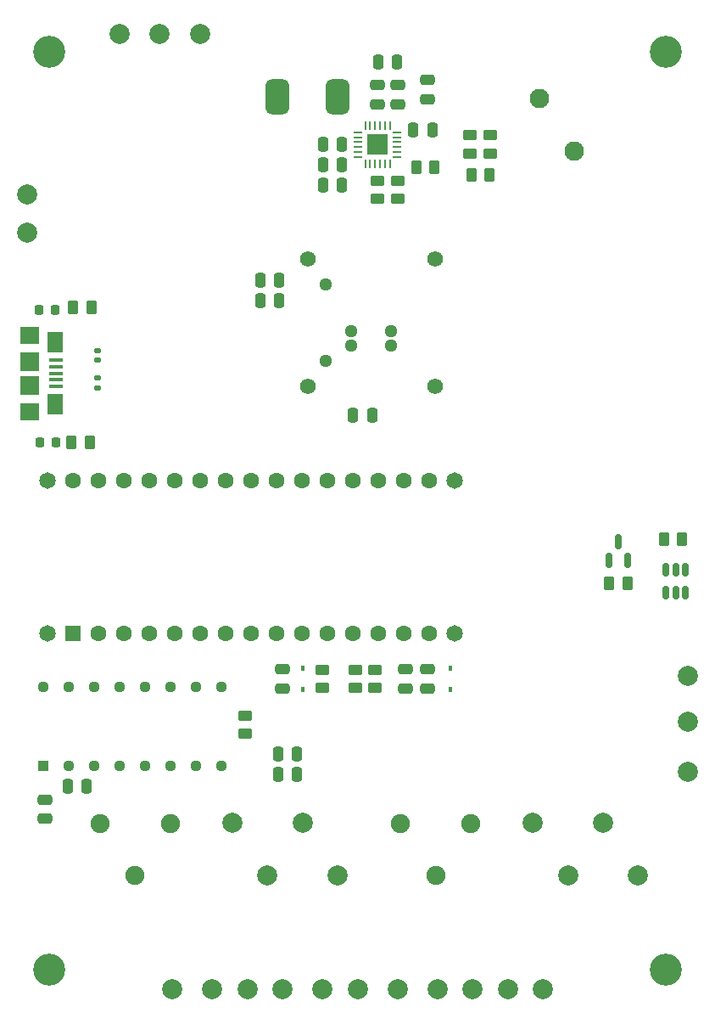
<source format=gbr>
%TF.GenerationSoftware,KiCad,Pcbnew,(6.0.5)*%
%TF.CreationDate,2023-05-26T17:46:03+02:00*%
%TF.ProjectId,EDUEXO-custom-PCB,45445545-584f-42d6-9375-73746f6d2d50,rev?*%
%TF.SameCoordinates,Original*%
%TF.FileFunction,Soldermask,Top*%
%TF.FilePolarity,Negative*%
%FSLAX46Y46*%
G04 Gerber Fmt 4.6, Leading zero omitted, Abs format (unit mm)*
G04 Created by KiCad (PCBNEW (6.0.5)) date 2023-05-26 17:46:03*
%MOMM*%
%LPD*%
G01*
G04 APERTURE LIST*
G04 Aperture macros list*
%AMRoundRect*
0 Rectangle with rounded corners*
0 $1 Rounding radius*
0 $2 $3 $4 $5 $6 $7 $8 $9 X,Y pos of 4 corners*
0 Add a 4 corners polygon primitive as box body*
4,1,4,$2,$3,$4,$5,$6,$7,$8,$9,$2,$3,0*
0 Add four circle primitives for the rounded corners*
1,1,$1+$1,$2,$3*
1,1,$1+$1,$4,$5*
1,1,$1+$1,$6,$7*
1,1,$1+$1,$8,$9*
0 Add four rect primitives between the rounded corners*
20,1,$1+$1,$2,$3,$4,$5,0*
20,1,$1+$1,$4,$5,$6,$7,0*
20,1,$1+$1,$6,$7,$8,$9,0*
20,1,$1+$1,$8,$9,$2,$3,0*%
G04 Aperture macros list end*
%ADD10R,1.130000X1.130000*%
%ADD11C,1.130000*%
%ADD12C,2.000000*%
%ADD13RoundRect,0.250000X0.250000X0.475000X-0.250000X0.475000X-0.250000X-0.475000X0.250000X-0.475000X0*%
%ADD14RoundRect,0.250000X-0.475000X0.250000X-0.475000X-0.250000X0.475000X-0.250000X0.475000X0.250000X0*%
%ADD15C,3.200000*%
%ADD16RoundRect,0.250000X0.262500X0.450000X-0.262500X0.450000X-0.262500X-0.450000X0.262500X-0.450000X0*%
%ADD17RoundRect,0.250000X0.475000X-0.250000X0.475000X0.250000X-0.475000X0.250000X-0.475000X-0.250000X0*%
%ADD18RoundRect,0.250000X0.450000X-0.262500X0.450000X0.262500X-0.450000X0.262500X-0.450000X-0.262500X0*%
%ADD19RoundRect,0.147500X-0.172500X0.147500X-0.172500X-0.147500X0.172500X-0.147500X0.172500X0.147500X0*%
%ADD20R,0.450000X0.600000*%
%ADD21RoundRect,0.250000X-0.250000X-0.475000X0.250000X-0.475000X0.250000X0.475000X-0.250000X0.475000X0*%
%ADD22C,1.651000*%
%ADD23R,1.600000X1.600000*%
%ADD24C,1.600000*%
%ADD25C,1.900000*%
%ADD26RoundRect,0.250000X-0.262500X-0.450000X0.262500X-0.450000X0.262500X0.450000X-0.262500X0.450000X0*%
%ADD27RoundRect,0.062500X0.062500X-0.375000X0.062500X0.375000X-0.062500X0.375000X-0.062500X-0.375000X0*%
%ADD28RoundRect,0.062500X0.375000X-0.062500X0.375000X0.062500X-0.375000X0.062500X-0.375000X-0.062500X0*%
%ADD29R,2.100000X2.100000*%
%ADD30C,1.950000*%
%ADD31RoundRect,0.250000X-0.450000X0.262500X-0.450000X-0.262500X0.450000X-0.262500X0.450000X0.262500X0*%
%ADD32RoundRect,0.150000X-0.150000X0.512500X-0.150000X-0.512500X0.150000X-0.512500X0.150000X0.512500X0*%
%ADD33RoundRect,0.218750X-0.218750X-0.256250X0.218750X-0.256250X0.218750X0.256250X-0.218750X0.256250X0*%
%ADD34C,1.578074*%
%ADD35C,1.280000*%
%ADD36RoundRect,0.150000X0.150000X-0.587500X0.150000X0.587500X-0.150000X0.587500X-0.150000X-0.587500X0*%
%ADD37RoundRect,0.147500X0.172500X-0.147500X0.172500X0.147500X-0.172500X0.147500X-0.172500X-0.147500X0*%
%ADD38RoundRect,0.587500X-0.587500X-1.162500X0.587500X-1.162500X0.587500X1.162500X-0.587500X1.162500X0*%
%ADD39R,1.350000X0.400000*%
%ADD40R,1.600000X2.100000*%
%ADD41R,1.900000X1.800000*%
%ADD42R,1.900000X1.900000*%
G04 APERTURE END LIST*
D10*
%TO.C,U1*%
X168610000Y-175470000D03*
D11*
X171150000Y-175470000D03*
X173690000Y-175470000D03*
X176230000Y-175470000D03*
X178770000Y-175470000D03*
X181310000Y-175470000D03*
X183850000Y-175470000D03*
X186390000Y-175470000D03*
X186390000Y-167530000D03*
X183850000Y-167530000D03*
X181310000Y-167530000D03*
X178770000Y-167530000D03*
X176230000Y-167530000D03*
X173690000Y-167530000D03*
X171150000Y-167530000D03*
X168610000Y-167530000D03*
%TD*%
D12*
%TO.C,GND3*%
X181500000Y-197750000D03*
%TD*%
D13*
%TO.C,C11*%
X192150000Y-129032000D03*
X190250000Y-129032000D03*
%TD*%
D12*
%TO.C,POWER_SRV0*%
X215000000Y-197750000D03*
%TD*%
%TO.C,+5V0*%
X204000000Y-197750000D03*
%TD*%
%TO.C,VREGN0*%
X184250000Y-102500000D03*
%TD*%
D14*
%TO.C,C15*%
X168750000Y-178800000D03*
X168750000Y-180700000D03*
%TD*%
D15*
%TO.C,H1*%
X169250000Y-104250000D03*
%TD*%
D12*
%TO.C,EMG0*%
X200000000Y-197750000D03*
%TD*%
%TO.C,J4*%
X228000000Y-186350000D03*
X221000000Y-186350000D03*
X224500000Y-181150000D03*
X217500000Y-181150000D03*
%TD*%
D16*
%TO.C,R8*%
X207662500Y-115750000D03*
X205837500Y-115750000D03*
%TD*%
D17*
%TO.C,C7*%
X204000000Y-109450000D03*
X204000000Y-107550000D03*
%TD*%
D18*
%TO.C,R2*%
X199750000Y-167662500D03*
X199750000Y-165837500D03*
%TD*%
D19*
%TO.C,D6*%
X174000000Y-134015000D03*
X174000000Y-134985000D03*
%TD*%
D20*
%TO.C,D4*%
X194500000Y-165700000D03*
X194500000Y-167800000D03*
%TD*%
D21*
%TO.C,C4*%
X202050000Y-105250000D03*
X203950000Y-105250000D03*
%TD*%
D12*
%TO.C,J3*%
X198000000Y-186350000D03*
X191000000Y-186350000D03*
X194500000Y-181150000D03*
X187500000Y-181150000D03*
%TD*%
D22*
%TO.C,A1*%
X209704000Y-162230000D03*
X169064000Y-146990000D03*
X169064000Y-162230000D03*
X209704000Y-146990000D03*
D23*
X171604000Y-162230000D03*
D24*
X174144000Y-162230000D03*
X176684000Y-162230000D03*
X179224000Y-162230000D03*
X181764000Y-162230000D03*
X184304000Y-162230000D03*
X186844000Y-162230000D03*
X189384000Y-162230000D03*
X191924000Y-162230000D03*
X194464000Y-162230000D03*
X197004000Y-162230000D03*
X199544000Y-162230000D03*
X202084000Y-162230000D03*
X204624000Y-162230000D03*
X207164000Y-162230000D03*
X207164000Y-146990000D03*
X204624000Y-146990000D03*
X202084000Y-146990000D03*
X199544000Y-146990000D03*
X197004000Y-146990000D03*
X194464000Y-146990000D03*
X191924000Y-146990000D03*
X189384000Y-146990000D03*
X186844000Y-146990000D03*
X184304000Y-146990000D03*
X181764000Y-146990000D03*
X179224000Y-146990000D03*
X176684000Y-146990000D03*
X174144000Y-146990000D03*
X171604000Y-146990000D03*
%TD*%
D25*
%TO.C,J1*%
X204300000Y-181200000D03*
X207800000Y-186400000D03*
X211300000Y-181200000D03*
%TD*%
D15*
%TO.C,H4*%
X169250000Y-195750000D03*
%TD*%
D18*
%TO.C,R9*%
X202000000Y-118912500D03*
X202000000Y-117087500D03*
%TD*%
D13*
%TO.C,C16*%
X198450000Y-115500000D03*
X196550000Y-115500000D03*
%TD*%
D15*
%TO.C,H3*%
X230750000Y-195750000D03*
%TD*%
D17*
%TO.C,C6*%
X207000000Y-108950000D03*
X207000000Y-107050000D03*
%TD*%
D18*
%TO.C,R10*%
X211228000Y-114374500D03*
X211228000Y-112549500D03*
%TD*%
D26*
%TO.C,R14*%
X171453500Y-143180000D03*
X173278500Y-143180000D03*
%TD*%
D16*
%TO.C,R6*%
X232412500Y-152862500D03*
X230587500Y-152862500D03*
%TD*%
D21*
%TO.C,C13*%
X192050000Y-174250000D03*
X193950000Y-174250000D03*
%TD*%
D12*
%TO.C,DRIVE_PWM_SRV0*%
X218500000Y-197750000D03*
%TD*%
%TO.C,ARDu_CONTROL_SRV0*%
X233000000Y-166500000D03*
%TD*%
%TO.C,SG0_SGN1*%
X189000000Y-197750000D03*
%TD*%
D27*
%TO.C,U2*%
X200750000Y-115437500D03*
X201250000Y-115437500D03*
X201750000Y-115437500D03*
X202250000Y-115437500D03*
X202750000Y-115437500D03*
X203250000Y-115437500D03*
D28*
X203937500Y-114750000D03*
X203937500Y-114250000D03*
X203937500Y-113750000D03*
X203937500Y-113250000D03*
X203937500Y-112750000D03*
X203937500Y-112250000D03*
D27*
X203250000Y-111562500D03*
X202750000Y-111562500D03*
X202250000Y-111562500D03*
X201750000Y-111562500D03*
X201250000Y-111562500D03*
X200750000Y-111562500D03*
D28*
X200062500Y-112250000D03*
X200062500Y-112750000D03*
X200062500Y-113250000D03*
X200062500Y-113750000D03*
X200062500Y-114250000D03*
X200062500Y-114750000D03*
D29*
X202000000Y-113500000D03*
%TD*%
D12*
%TO.C,BAT_VALUE_0*%
X233000000Y-171000000D03*
%TD*%
D21*
%TO.C,C5*%
X205550000Y-112000000D03*
X207450000Y-112000000D03*
%TD*%
D30*
%TO.C,J6*%
X218124000Y-108920000D03*
X221624000Y-114120000D03*
%TD*%
D12*
%TO.C,EMG1*%
X196500000Y-197750000D03*
%TD*%
D15*
%TO.C,H2*%
X230750000Y-104250000D03*
%TD*%
D21*
%TO.C,C12*%
X192050000Y-176282000D03*
X193950000Y-176282000D03*
%TD*%
D12*
%TO.C,VBUS0*%
X167000000Y-118500000D03*
%TD*%
D14*
%TO.C,C2*%
X192500000Y-165800000D03*
X192500000Y-167700000D03*
%TD*%
D12*
%TO.C,GND4*%
X167000000Y-122250000D03*
%TD*%
%TO.C,SG0_SGN0*%
X192500000Y-197750000D03*
%TD*%
D13*
%TO.C,C1*%
X198450000Y-117500000D03*
X196550000Y-117500000D03*
%TD*%
D31*
%TO.C,R3*%
X196500000Y-165837500D03*
X196500000Y-167662500D03*
%TD*%
D25*
%TO.C,J2*%
X174300000Y-181200000D03*
X177800000Y-186400000D03*
X181300000Y-181200000D03*
%TD*%
D12*
%TO.C,GND1*%
X233000000Y-176000000D03*
%TD*%
D32*
%TO.C,Q2*%
X232700000Y-155862500D03*
X231750000Y-155862500D03*
X230800000Y-155862500D03*
X230800000Y-158137500D03*
X231750000Y-158137500D03*
X232700000Y-158137500D03*
%TD*%
D13*
%TO.C,C10*%
X192150000Y-127000000D03*
X190250000Y-127000000D03*
%TD*%
D12*
%TO.C,VDC0*%
X180250000Y-102500000D03*
%TD*%
D33*
%TO.C,D3*%
X168212500Y-130000000D03*
X169787500Y-130000000D03*
%TD*%
D34*
%TO.C,U3*%
X207700000Y-124904700D03*
X195000000Y-124904700D03*
X207700000Y-137604700D03*
X195000000Y-137604700D03*
D35*
X196850000Y-127444700D03*
X196850000Y-135064700D03*
X203350000Y-132054700D03*
X203350000Y-133554700D03*
X199350000Y-132054700D03*
X199350000Y-133554700D03*
%TD*%
D26*
%TO.C,R7*%
X225087500Y-157250000D03*
X226912500Y-157250000D03*
%TD*%
D31*
%TO.C,R1*%
X188750000Y-170425000D03*
X188750000Y-172250000D03*
%TD*%
D36*
%TO.C,Q1*%
X225050000Y-154937500D03*
X226950000Y-154937500D03*
X226000000Y-153062500D03*
%TD*%
D14*
%TO.C,C18*%
X207000000Y-165800000D03*
X207000000Y-167700000D03*
%TD*%
D16*
%TO.C,TH1*%
X213162500Y-116500000D03*
X211337500Y-116500000D03*
%TD*%
D21*
%TO.C,C9*%
X199550000Y-140500000D03*
X201450000Y-140500000D03*
%TD*%
D17*
%TO.C,C8*%
X202000000Y-109450000D03*
X202000000Y-107550000D03*
%TD*%
D21*
%TO.C,C14*%
X171050000Y-177500000D03*
X172950000Y-177500000D03*
%TD*%
D37*
%TO.C,D5*%
X174000000Y-137735000D03*
X174000000Y-136765000D03*
%TD*%
D38*
%TO.C,L1*%
X198025000Y-108750000D03*
X191975000Y-108750000D03*
%TD*%
D33*
%TO.C,D2*%
X168276500Y-143180000D03*
X169851500Y-143180000D03*
%TD*%
D20*
%TO.C,D1*%
X209250000Y-165700000D03*
X209250000Y-167800000D03*
%TD*%
D12*
%TO.C,OUTPUT_SG0*%
X185500000Y-197750000D03*
%TD*%
%TO.C,+3V3*%
X208000000Y-197750000D03*
%TD*%
%TO.C,GND2*%
X176250000Y-102500000D03*
%TD*%
D13*
%TO.C,C3*%
X198450000Y-113500000D03*
X196550000Y-113500000D03*
%TD*%
D14*
%TO.C,C17*%
X204750000Y-165800000D03*
X204750000Y-167700000D03*
%TD*%
D31*
%TO.C,R4*%
X201750000Y-165837500D03*
X201750000Y-167662500D03*
%TD*%
%TO.C,R11*%
X213260000Y-112549500D03*
X213260000Y-114374500D03*
%TD*%
D39*
%TO.C,J5*%
X169925000Y-135000000D03*
X169925000Y-135650000D03*
X169925000Y-136300000D03*
X169925000Y-136950000D03*
X169925000Y-137600000D03*
D40*
X169800000Y-133200000D03*
X169800000Y-139400000D03*
D41*
X167250000Y-132500000D03*
D42*
X167250000Y-135100000D03*
X167250000Y-137500000D03*
D41*
X167250000Y-140100000D03*
%TD*%
D26*
%TO.C,R13*%
X171587500Y-129750000D03*
X173412500Y-129750000D03*
%TD*%
D31*
%TO.C,R12*%
X204000000Y-117087500D03*
X204000000Y-118912500D03*
%TD*%
D12*
%TO.C,ANGLE_SRV0*%
X211500000Y-197750000D03*
%TD*%
M02*

</source>
